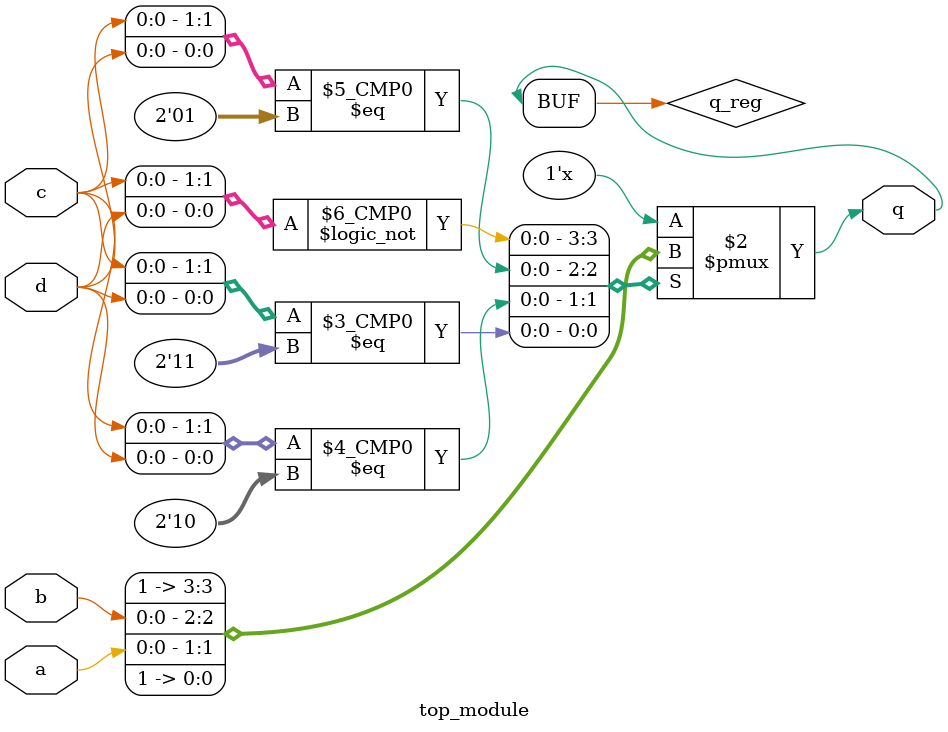
<source format=sv>
module top_module (
    input wire a,
    input wire b,
    input wire c,
    input wire d,
    output wire q
);

    reg q_reg;

    always @(*)
    begin
        case ({c, d})
            2'b00: q_reg = 1'b1;
            2'b01: q_reg = b;
            2'b10: q_reg = a;
            2'b11: q_reg = 1'b1;
        endcase
    end

    assign q = q_reg;

endmodule

</source>
